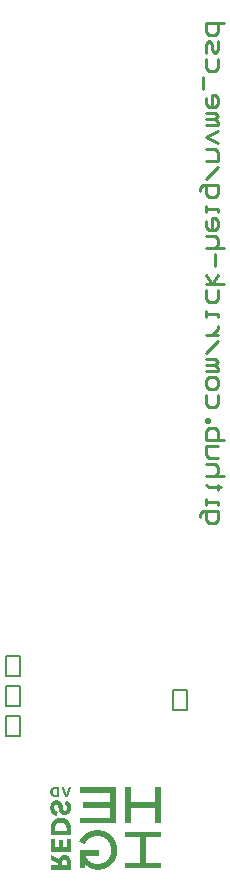
<source format=gbo>
G04*
G04 #@! TF.GenerationSoftware,Altium Limited,Altium Designer,24.5.2 (23)*
G04*
G04 Layer_Color=32896*
%FSLAX44Y44*%
%MOMM*%
G71*
G04*
G04 #@! TF.SameCoordinates,B7296A9B-97E8-4630-929D-2966843682D6*
G04*
G04*
G04 #@! TF.FilePolarity,Positive*
G04*
G01*
G75*
%ADD12C,0.1500*%
%ADD14C,0.2540*%
G36*
X81848Y132865D02*
X81806D01*
Y132781D01*
X81764D01*
Y132655D01*
X81722D01*
Y132530D01*
X81681D01*
Y132488D01*
Y132446D01*
X81639D01*
Y132320D01*
X81597D01*
Y132195D01*
X81555D01*
Y132069D01*
X81513D01*
Y131986D01*
X81471D01*
Y131860D01*
X81430D01*
Y131735D01*
X81388D01*
Y131609D01*
X81346D01*
Y131525D01*
X81304D01*
Y131400D01*
X81262D01*
Y131274D01*
X81220D01*
Y131191D01*
X81178D01*
Y131065D01*
X81137D01*
Y130940D01*
X81095D01*
Y130814D01*
X81053D01*
Y130730D01*
X81011D01*
Y130605D01*
X80969D01*
Y130479D01*
X80927D01*
Y130354D01*
X80885D01*
Y130270D01*
X80844D01*
Y130144D01*
X80802D01*
Y130019D01*
X80760D01*
Y129935D01*
X80718D01*
Y129810D01*
X80676D01*
Y129684D01*
X80634D01*
Y129558D01*
X80592D01*
Y129475D01*
X80551D01*
Y129349D01*
X80509D01*
Y129224D01*
X80467D01*
Y129098D01*
X80425D01*
Y129014D01*
X80383D01*
Y128889D01*
X80341D01*
Y128763D01*
X80300D01*
Y128680D01*
X80258D01*
Y128554D01*
X80216D01*
Y128428D01*
X80174D01*
Y128303D01*
X80132D01*
Y128219D01*
X80090D01*
Y128094D01*
X80049D01*
Y127968D01*
X80007D01*
Y127843D01*
X79965D01*
Y127759D01*
X79923D01*
Y127633D01*
X79881D01*
Y127508D01*
X79839D01*
Y127424D01*
X79797D01*
Y127298D01*
X79756D01*
Y127173D01*
X79714D01*
Y127047D01*
X79672D01*
Y126964D01*
X79630D01*
Y126838D01*
X79588D01*
Y126713D01*
X79546D01*
Y126587D01*
X79504D01*
Y126503D01*
X79462D01*
Y126378D01*
X79421D01*
Y126252D01*
X79379D01*
Y126169D01*
X79337D01*
Y126043D01*
X79295D01*
Y125918D01*
X79253D01*
Y125792D01*
X79211D01*
Y125708D01*
X79170D01*
Y125583D01*
X79128D01*
Y125457D01*
X79086D01*
Y125373D01*
X79044D01*
Y125248D01*
X79002D01*
Y125122D01*
X78960D01*
Y124997D01*
X78918D01*
Y124913D01*
X78877D01*
Y124788D01*
X78835D01*
Y124662D01*
X78793D01*
Y124536D01*
X78751D01*
Y124453D01*
X78709D01*
Y124327D01*
X78667D01*
Y124202D01*
X78625D01*
Y124118D01*
X78584D01*
Y124034D01*
X76533D01*
Y124076D01*
X76491D01*
Y124202D01*
X76449D01*
Y124327D01*
X76407D01*
Y124411D01*
X76366D01*
Y124536D01*
X76324D01*
Y124662D01*
X76282D01*
Y124788D01*
X76240D01*
Y124871D01*
X76198D01*
Y124997D01*
X76156D01*
Y125122D01*
X76115D01*
Y125248D01*
X76073D01*
Y125331D01*
X76031D01*
Y125457D01*
X75989D01*
Y125583D01*
X75947D01*
Y125666D01*
X75905D01*
Y125792D01*
X75863D01*
Y125918D01*
X75822D01*
Y126043D01*
X75780D01*
Y126127D01*
X75738D01*
Y126252D01*
X75696D01*
Y126378D01*
X75654D01*
Y126503D01*
X75612D01*
Y126587D01*
X75571D01*
Y126713D01*
X75529D01*
Y126838D01*
X75487D01*
Y126964D01*
X75445D01*
Y127047D01*
X75403D01*
Y127173D01*
X75361D01*
Y127298D01*
X75319D01*
Y127424D01*
X75278D01*
Y127508D01*
X75236D01*
Y127633D01*
X75194D01*
Y127759D01*
X75152D01*
Y127843D01*
X75110D01*
Y127968D01*
X75068D01*
Y128094D01*
X75026D01*
Y128219D01*
X74984D01*
Y128303D01*
X74943D01*
Y128428D01*
X74901D01*
Y128554D01*
X74859D01*
Y128680D01*
X74817D01*
Y128763D01*
X74775D01*
Y128889D01*
X74734D01*
Y129014D01*
X74692D01*
Y129140D01*
X74650D01*
Y129224D01*
X74608D01*
Y129349D01*
X74566D01*
Y129475D01*
X74524D01*
Y129600D01*
X74482D01*
Y129684D01*
X74440D01*
Y129810D01*
X74399D01*
Y129935D01*
X74357D01*
Y130019D01*
X74315D01*
Y130144D01*
X74273D01*
Y130270D01*
X74231D01*
Y130395D01*
X74189D01*
Y130479D01*
X74148D01*
Y130605D01*
X74106D01*
Y130730D01*
X74064D01*
Y130856D01*
X74022D01*
Y130940D01*
X73980D01*
Y131065D01*
X73938D01*
Y131191D01*
X73896D01*
Y131316D01*
X73855D01*
Y131400D01*
X73813D01*
Y131525D01*
X73771D01*
Y131651D01*
X73729D01*
Y131777D01*
X73687D01*
Y131860D01*
X73645D01*
Y131986D01*
X73604D01*
Y132111D01*
X73562D01*
Y132195D01*
X73520D01*
Y132320D01*
X73478D01*
Y132446D01*
X73436D01*
Y132572D01*
X73394D01*
Y132655D01*
X73352D01*
Y132781D01*
X73310D01*
Y132906D01*
X73269D01*
Y132948D01*
X75403D01*
Y132865D01*
X75445D01*
Y132739D01*
X75487D01*
Y132613D01*
X75529D01*
Y132488D01*
X75571D01*
Y132362D01*
X75612D01*
Y132237D01*
X75654D01*
Y132111D01*
X75696D01*
Y131986D01*
X75738D01*
Y131860D01*
X75780D01*
Y131735D01*
X75822D01*
Y131651D01*
X75863D01*
Y131525D01*
X75905D01*
Y131400D01*
X75947D01*
Y131274D01*
X75989D01*
Y131149D01*
X76031D01*
Y131023D01*
X76073D01*
Y130898D01*
X76115D01*
Y130772D01*
X76156D01*
Y130646D01*
X76198D01*
Y130521D01*
X76240D01*
Y130395D01*
X76282D01*
Y130270D01*
X76324D01*
Y130144D01*
X76366D01*
Y130019D01*
X76407D01*
Y129893D01*
X76449D01*
Y129768D01*
X76491D01*
Y129642D01*
X76533D01*
Y129517D01*
X76575D01*
Y129391D01*
X76617D01*
Y129265D01*
X76659D01*
Y129140D01*
X76700D01*
Y129056D01*
X76742D01*
Y128931D01*
X76784D01*
Y128805D01*
X76826D01*
Y128680D01*
X76868D01*
Y128554D01*
X76910D01*
Y128428D01*
X76951D01*
Y128303D01*
X76993D01*
Y128177D01*
X77035D01*
Y128052D01*
X77077D01*
Y127926D01*
X77119D01*
Y127801D01*
X77161D01*
Y127675D01*
X77203D01*
Y127550D01*
X77244D01*
Y127424D01*
X77286D01*
Y127298D01*
X77328D01*
Y127173D01*
X77370D01*
Y127047D01*
X77412D01*
Y126922D01*
X77454D01*
Y126796D01*
X77496D01*
Y126754D01*
X77537D01*
Y126838D01*
X77579D01*
Y126964D01*
X77621D01*
Y127089D01*
X77663D01*
Y127215D01*
X77705D01*
Y127340D01*
X77747D01*
Y127466D01*
X77789D01*
Y127591D01*
X77830D01*
Y127675D01*
X77872D01*
Y127801D01*
X77914D01*
Y127926D01*
X77956D01*
Y128052D01*
X77998D01*
Y128177D01*
X78040D01*
Y128303D01*
X78081D01*
Y128428D01*
X78123D01*
Y128554D01*
X78165D01*
Y128680D01*
X78207D01*
Y128805D01*
X78249D01*
Y128931D01*
X78291D01*
Y129056D01*
X78333D01*
Y129140D01*
X78374D01*
Y129265D01*
X78416D01*
Y129391D01*
X78458D01*
Y129517D01*
X78500D01*
Y129642D01*
X78542D01*
Y129768D01*
X78584D01*
Y129893D01*
X78625D01*
Y130019D01*
X78667D01*
Y130144D01*
X78709D01*
Y130270D01*
X78751D01*
Y130395D01*
X78793D01*
Y130521D01*
X78835D01*
Y130605D01*
X78877D01*
Y130730D01*
X78918D01*
Y130856D01*
X78960D01*
Y130981D01*
X79002D01*
Y131107D01*
X79044D01*
Y131232D01*
X79086D01*
Y131358D01*
X79128D01*
Y131483D01*
X79170D01*
Y131609D01*
X79211D01*
Y131735D01*
X79253D01*
Y131860D01*
X79295D01*
Y131986D01*
X79337D01*
Y132111D01*
X79379D01*
Y132195D01*
X79421D01*
Y132320D01*
X79462D01*
Y132446D01*
X79504D01*
Y132572D01*
X79546D01*
Y132697D01*
X79588D01*
Y132823D01*
X79630D01*
Y132948D01*
X81848D01*
Y132865D01*
D02*
G37*
G36*
X71637Y124034D02*
X67954D01*
Y124076D01*
X67577D01*
Y124118D01*
X67326D01*
Y124160D01*
X67158D01*
Y124202D01*
X66991D01*
Y124243D01*
X66824D01*
Y124285D01*
X66698D01*
Y124327D01*
X66573D01*
Y124369D01*
X66489D01*
Y124411D01*
X66363D01*
Y124453D01*
X66280D01*
Y124494D01*
X66196D01*
Y124536D01*
X66112D01*
Y124578D01*
X66029D01*
Y124620D01*
X65945D01*
Y124662D01*
X65903D01*
Y124704D01*
X65819D01*
Y124746D01*
X65736D01*
Y124788D01*
X65694D01*
Y124829D01*
X65652D01*
Y124871D01*
X65568D01*
Y124913D01*
X65526D01*
Y124955D01*
X65485D01*
Y124997D01*
X65401D01*
Y125039D01*
X65359D01*
Y125080D01*
X65317D01*
Y125122D01*
X65275D01*
Y125164D01*
X65233D01*
Y125206D01*
X65192D01*
Y125248D01*
X65150D01*
Y125290D01*
X65108D01*
Y125331D01*
X65066D01*
Y125373D01*
X65024D01*
Y125415D01*
X64982D01*
Y125457D01*
X64941D01*
Y125499D01*
X64899D01*
Y125541D01*
X64857D01*
Y125625D01*
X64815D01*
Y125666D01*
X64773D01*
Y125708D01*
X64731D01*
Y125792D01*
X64689D01*
Y125834D01*
X64647D01*
Y125918D01*
X64606D01*
Y125959D01*
X64564D01*
Y126043D01*
X64522D01*
Y126127D01*
X64480D01*
Y126210D01*
X64438D01*
Y126294D01*
X64396D01*
Y126378D01*
X64355D01*
Y126461D01*
X64313D01*
Y126587D01*
X64271D01*
Y126671D01*
X64229D01*
Y126796D01*
X64187D01*
Y126922D01*
X64145D01*
Y127047D01*
X64103D01*
Y127215D01*
X64062D01*
Y127424D01*
X64020D01*
Y127675D01*
X63978D01*
Y128052D01*
X63936D01*
Y128931D01*
X63978D01*
Y129307D01*
X64020D01*
Y129558D01*
X64062D01*
Y129768D01*
X64103D01*
Y129893D01*
X64145D01*
Y130061D01*
X64187D01*
Y130186D01*
X64229D01*
Y130312D01*
X64271D01*
Y130395D01*
X64313D01*
Y130521D01*
X64355D01*
Y130605D01*
X64396D01*
Y130688D01*
X64438D01*
Y130772D01*
X64480D01*
Y130856D01*
X64522D01*
Y130940D01*
X64564D01*
Y131023D01*
X64606D01*
Y131065D01*
X64647D01*
Y131149D01*
X64689D01*
Y131191D01*
X64731D01*
Y131274D01*
X64773D01*
Y131316D01*
X64815D01*
Y131358D01*
X64857D01*
Y131442D01*
X64899D01*
Y131483D01*
X64941D01*
Y131525D01*
X64982D01*
Y131567D01*
X65024D01*
Y131609D01*
X65066D01*
Y131651D01*
X65108D01*
Y131693D01*
X65150D01*
Y131735D01*
X65192D01*
Y131777D01*
X65233D01*
Y131818D01*
X65275D01*
Y131860D01*
X65317D01*
Y131902D01*
X65359D01*
Y131944D01*
X65401D01*
Y131986D01*
X65443D01*
Y132028D01*
X65526D01*
Y132069D01*
X65568D01*
Y132111D01*
X65610D01*
Y132153D01*
X65694D01*
Y132195D01*
X65736D01*
Y132237D01*
X65819D01*
Y132279D01*
X65861D01*
Y132320D01*
X65945D01*
Y132362D01*
X66029D01*
Y132404D01*
X66112D01*
Y132446D01*
X66196D01*
Y132488D01*
X66280D01*
Y132530D01*
X66363D01*
Y132572D01*
X66447D01*
Y132613D01*
X66573D01*
Y132655D01*
X66698D01*
Y132697D01*
X66824D01*
Y132739D01*
X66949D01*
Y132781D01*
X67117D01*
Y132823D01*
X67284D01*
Y132865D01*
X67535D01*
Y132906D01*
X67870D01*
Y132948D01*
X71637D01*
Y124034D01*
D02*
G37*
G36*
X157932Y101812D02*
X152659D01*
Y115120D01*
X132110D01*
Y111981D01*
Y111939D01*
Y101812D01*
X126795D01*
Y132948D01*
X132110D01*
Y120100D01*
X152659D01*
Y132948D01*
X157932D01*
Y101812D01*
D02*
G37*
G36*
X70131Y121384D02*
X70530D01*
Y121304D01*
X70770D01*
Y121224D01*
X71009D01*
Y121144D01*
X71249D01*
Y121065D01*
X71408D01*
Y120985D01*
X71568D01*
Y120905D01*
X71727D01*
Y120825D01*
X71807D01*
Y120745D01*
X71967D01*
Y120666D01*
X72047D01*
Y120586D01*
X72206D01*
Y120506D01*
X72286D01*
Y120426D01*
X72366D01*
Y120346D01*
X72446D01*
Y120266D01*
X72526D01*
Y120187D01*
X72606D01*
Y120107D01*
X72685D01*
Y120027D01*
X72765D01*
Y119947D01*
X72845D01*
Y119867D01*
X72925D01*
Y119787D01*
X73005D01*
Y119708D01*
X73085D01*
Y119628D01*
X73164D01*
Y119468D01*
X73244D01*
Y119388D01*
X73324D01*
Y119309D01*
X73404D01*
Y119149D01*
X73484D01*
Y118989D01*
X73563D01*
Y118910D01*
X73643D01*
Y118750D01*
X73723D01*
Y118590D01*
X73803D01*
Y118431D01*
X73883D01*
Y118191D01*
X73962D01*
Y118032D01*
X74042D01*
Y117792D01*
X74122D01*
Y117553D01*
X74202D01*
Y117313D01*
X74282D01*
Y116994D01*
X74361D01*
Y116595D01*
X74441D01*
Y116196D01*
X74521D01*
Y115797D01*
X74601D01*
Y115318D01*
X74681D01*
Y114919D01*
X74760D01*
Y114520D01*
X74840D01*
Y114121D01*
X74920D01*
Y113801D01*
X75000D01*
Y113642D01*
X75080D01*
Y113482D01*
X75160D01*
Y113322D01*
X75239D01*
Y113163D01*
X75319D01*
Y113083D01*
X75399D01*
Y113003D01*
X75479D01*
Y112923D01*
X75559D01*
Y112844D01*
X75718D01*
Y112764D01*
X75878D01*
Y112684D01*
X76277D01*
Y112604D01*
X76596D01*
Y112684D01*
X76995D01*
Y112764D01*
X77155D01*
Y112844D01*
X77235D01*
Y112923D01*
X77394D01*
Y113003D01*
X77474D01*
Y113083D01*
X77554D01*
Y113163D01*
X77634D01*
Y113243D01*
X77714D01*
Y113322D01*
X77793D01*
Y113482D01*
X77873D01*
Y113562D01*
X77953D01*
Y113722D01*
X78033D01*
Y113881D01*
X78113D01*
Y114121D01*
X78193D01*
Y114600D01*
X78272D01*
Y114759D01*
Y114839D01*
Y115318D01*
X78193D01*
Y115877D01*
X78113D01*
Y116116D01*
X78033D01*
Y116355D01*
X77953D01*
Y116515D01*
X77873D01*
Y116595D01*
X77793D01*
Y116755D01*
X77714D01*
Y116834D01*
X77634D01*
Y116994D01*
X77554D01*
Y117074D01*
X77474D01*
Y117154D01*
X77315D01*
Y117233D01*
X77235D01*
Y117313D01*
X77155D01*
Y117393D01*
X76995D01*
Y117473D01*
X76836D01*
Y117553D01*
X76676D01*
Y117632D01*
X76516D01*
Y117712D01*
X76197D01*
Y117792D01*
X76117D01*
Y117872D01*
X76197D01*
Y118191D01*
X76277D01*
Y118431D01*
X76357D01*
Y118750D01*
X76437D01*
Y118989D01*
X76516D01*
Y119309D01*
X76596D01*
Y119548D01*
X76676D01*
Y119867D01*
X76756D01*
Y120187D01*
X76836D01*
Y120426D01*
X76915D01*
Y120745D01*
X76995D01*
Y120985D01*
X77075D01*
Y121144D01*
X77474D01*
Y121065D01*
X77714D01*
Y120985D01*
X77953D01*
Y120905D01*
X78193D01*
Y120825D01*
X78352D01*
Y120745D01*
X78512D01*
Y120666D01*
X78671D01*
Y120586D01*
X78831D01*
Y120506D01*
X78991D01*
Y120426D01*
X79071D01*
Y120346D01*
X79230D01*
Y120266D01*
X79310D01*
Y120187D01*
X79470D01*
Y120107D01*
X79549D01*
Y120027D01*
X79629D01*
Y119947D01*
X79709D01*
Y119867D01*
X79789D01*
Y119787D01*
X79869D01*
Y119708D01*
X79949D01*
Y119628D01*
X80028D01*
Y119548D01*
X80108D01*
Y119468D01*
X80188D01*
Y119388D01*
X80268D01*
Y119309D01*
X80348D01*
Y119229D01*
X80427D01*
Y119069D01*
X80507D01*
Y118989D01*
X80587D01*
Y118830D01*
X80667D01*
Y118750D01*
X80747D01*
Y118590D01*
X80827D01*
Y118431D01*
X80906D01*
Y118271D01*
X80986D01*
Y118111D01*
X81066D01*
Y117952D01*
X81146D01*
Y117712D01*
X81226D01*
Y117473D01*
X81305D01*
Y117233D01*
X81385D01*
Y116914D01*
X81465D01*
Y116515D01*
X81545D01*
Y115956D01*
X81625D01*
Y114121D01*
X81545D01*
Y113642D01*
X81465D01*
Y113243D01*
X81385D01*
Y113003D01*
X81305D01*
Y112764D01*
X81226D01*
Y112524D01*
X81146D01*
Y112285D01*
X81066D01*
Y112125D01*
X80986D01*
Y111966D01*
X80906D01*
Y111806D01*
X80827D01*
Y111646D01*
X80747D01*
Y111487D01*
X80667D01*
Y111407D01*
X80587D01*
Y111247D01*
X80507D01*
Y111167D01*
X80427D01*
Y111008D01*
X80348D01*
Y110928D01*
X80268D01*
Y110848D01*
X80188D01*
Y110768D01*
X80108D01*
Y110688D01*
X80028D01*
Y110529D01*
X79949D01*
Y110449D01*
X79869D01*
Y110369D01*
X79789D01*
Y110289D01*
X79709D01*
Y110210D01*
X79549D01*
Y110130D01*
X79470D01*
Y110050D01*
X79390D01*
Y109970D01*
X79310D01*
Y109890D01*
X79230D01*
Y109811D01*
X79071D01*
Y109731D01*
X78991D01*
Y109651D01*
X78831D01*
Y109571D01*
X78671D01*
Y109491D01*
X78592D01*
Y109411D01*
X78432D01*
Y109332D01*
X78193D01*
Y109252D01*
X78033D01*
Y109172D01*
X77793D01*
Y109092D01*
X77554D01*
Y109012D01*
X77235D01*
Y108933D01*
X76676D01*
Y108853D01*
X75638D01*
Y108933D01*
X75160D01*
Y109012D01*
X74840D01*
Y109092D01*
X74521D01*
Y109172D01*
X74361D01*
Y109252D01*
X74122D01*
Y109332D01*
X73962D01*
Y109411D01*
X73803D01*
Y109491D01*
X73723D01*
Y109571D01*
X73563D01*
Y109651D01*
X73404D01*
Y109731D01*
X73324D01*
Y109811D01*
X73244D01*
Y109890D01*
X73164D01*
Y109970D01*
X73005D01*
Y110050D01*
X72925D01*
Y110130D01*
X72845D01*
Y110210D01*
X72765D01*
Y110289D01*
X72685D01*
Y110369D01*
X72606D01*
Y110449D01*
X72526D01*
Y110609D01*
X72446D01*
Y110688D01*
X72366D01*
Y110768D01*
X72286D01*
Y110848D01*
X72206D01*
Y111008D01*
X72127D01*
Y111088D01*
X72047D01*
Y111247D01*
X71967D01*
Y111407D01*
X71887D01*
Y111487D01*
X71807D01*
Y111646D01*
X71727D01*
Y111806D01*
X71648D01*
Y112045D01*
X71568D01*
Y112205D01*
X71488D01*
Y112444D01*
X71408D01*
Y112684D01*
X71329D01*
Y113003D01*
X71249D01*
Y113322D01*
X71169D01*
Y113722D01*
X71089D01*
Y114121D01*
X71009D01*
Y114600D01*
X70929D01*
Y114999D01*
X70850D01*
Y115398D01*
X70770D01*
Y115877D01*
X70690D01*
Y116196D01*
X70610D01*
Y116435D01*
X70530D01*
Y116595D01*
X70451D01*
Y116755D01*
X70371D01*
Y116914D01*
X70291D01*
Y116994D01*
X70211D01*
Y117074D01*
X70131D01*
Y117154D01*
X70051D01*
Y117233D01*
X69972D01*
Y117313D01*
X69892D01*
Y117393D01*
X69812D01*
Y117473D01*
X69652D01*
Y117553D01*
X69413D01*
Y117632D01*
X68695D01*
Y117553D01*
X68455D01*
Y117473D01*
X68296D01*
Y117393D01*
X68136D01*
Y117313D01*
X68056D01*
Y117233D01*
X67976D01*
Y117154D01*
X67896D01*
Y117074D01*
X67817D01*
Y116994D01*
X67737D01*
Y116834D01*
X67657D01*
Y116755D01*
X67577D01*
Y116595D01*
X67497D01*
Y116355D01*
X67417D01*
Y116036D01*
X67338D01*
Y114360D01*
X67417D01*
Y113961D01*
X67497D01*
Y113722D01*
X67577D01*
Y113562D01*
X67657D01*
Y113402D01*
X67737D01*
Y113243D01*
X67817D01*
Y113083D01*
X67896D01*
Y113003D01*
X67976D01*
Y112844D01*
X68056D01*
Y112764D01*
X68136D01*
Y112684D01*
X68216D01*
Y112604D01*
X68296D01*
Y112524D01*
X68375D01*
Y112444D01*
X68455D01*
Y112365D01*
X68615D01*
Y112285D01*
X68695D01*
Y112205D01*
X68854D01*
Y112125D01*
X69014D01*
Y112045D01*
X69173D01*
Y111966D01*
X69333D01*
Y111886D01*
X69652D01*
Y111806D01*
X70051D01*
Y111726D01*
X70211D01*
Y111566D01*
X70131D01*
Y111247D01*
X70051D01*
Y110848D01*
X69972D01*
Y110529D01*
X69892D01*
Y110210D01*
X69812D01*
Y109890D01*
X69732D01*
Y109571D01*
X69652D01*
Y109252D01*
X69573D01*
Y108933D01*
X69493D01*
Y108533D01*
X69413D01*
Y108294D01*
X69333D01*
Y108214D01*
X69253D01*
Y108294D01*
X68774D01*
Y108374D01*
X68455D01*
Y108454D01*
X68216D01*
Y108533D01*
X67976D01*
Y108613D01*
X67737D01*
Y108693D01*
X67577D01*
Y108773D01*
X67417D01*
Y108853D01*
X67258D01*
Y108933D01*
X67098D01*
Y109012D01*
X66939D01*
Y109092D01*
X66859D01*
Y109172D01*
X66699D01*
Y109252D01*
X66619D01*
Y109332D01*
X66540D01*
Y109411D01*
X66380D01*
Y109491D01*
X66300D01*
Y109571D01*
X66220D01*
Y109651D01*
X66140D01*
Y109731D01*
X66061D01*
Y109811D01*
X65901D01*
Y109890D01*
X65821D01*
Y109970D01*
X65742D01*
Y110130D01*
X65662D01*
Y110210D01*
X65582D01*
Y110289D01*
X65502D01*
Y110369D01*
X65422D01*
Y110449D01*
X65342D01*
Y110529D01*
X65262D01*
Y110688D01*
X65183D01*
Y110768D01*
X65103D01*
Y110928D01*
X65023D01*
Y111008D01*
X64943D01*
Y111167D01*
X64863D01*
Y111327D01*
X64784D01*
Y111487D01*
X64704D01*
Y111646D01*
X64624D01*
Y111806D01*
X64544D01*
Y111966D01*
X64464D01*
Y112205D01*
X64385D01*
Y112444D01*
X64305D01*
Y112684D01*
X64225D01*
Y112923D01*
X64145D01*
Y113322D01*
X64065D01*
Y113722D01*
X63985D01*
Y114360D01*
X63906D01*
Y115956D01*
X63985D01*
Y116595D01*
X64065D01*
Y116994D01*
X64145D01*
Y117313D01*
X64225D01*
Y117553D01*
X64305D01*
Y117792D01*
X64385D01*
Y118032D01*
X64464D01*
Y118191D01*
X64544D01*
Y118351D01*
X64624D01*
Y118511D01*
X64704D01*
Y118670D01*
X64784D01*
Y118830D01*
X64863D01*
Y118989D01*
X64943D01*
Y119069D01*
X65023D01*
Y119229D01*
X65103D01*
Y119309D01*
X65183D01*
Y119388D01*
X65262D01*
Y119548D01*
X65342D01*
Y119628D01*
X65422D01*
Y119708D01*
X65502D01*
Y119787D01*
X65582D01*
Y119867D01*
X65662D01*
Y119947D01*
X65742D01*
Y120027D01*
X65821D01*
Y120107D01*
X65901D01*
Y120187D01*
X65981D01*
Y120266D01*
X66061D01*
Y120346D01*
X66140D01*
Y120426D01*
X66300D01*
Y120506D01*
X66380D01*
Y120586D01*
X66460D01*
Y120666D01*
X66619D01*
Y120745D01*
X66779D01*
Y120825D01*
X66859D01*
Y120905D01*
X67018D01*
Y120985D01*
X67178D01*
Y121065D01*
X67417D01*
Y121144D01*
X67577D01*
Y121224D01*
X67817D01*
Y121304D01*
X68136D01*
Y121384D01*
X68455D01*
Y121464D01*
X70131D01*
Y121384D01*
D02*
G37*
G36*
X119890Y101812D02*
X88753D01*
Y106750D01*
X114617D01*
Y114994D01*
X91725D01*
Y119765D01*
X114617D01*
Y128010D01*
X88753D01*
Y132948D01*
X119890D01*
Y101812D01*
D02*
G37*
G36*
X73643Y106458D02*
X74361D01*
Y106378D01*
X74840D01*
Y106299D01*
X75160D01*
Y106219D01*
X75479D01*
Y106139D01*
X75798D01*
Y106059D01*
X76038D01*
Y105979D01*
X76277D01*
Y105900D01*
X76437D01*
Y105820D01*
X76676D01*
Y105740D01*
X76836D01*
Y105660D01*
X76995D01*
Y105580D01*
X77155D01*
Y105500D01*
X77315D01*
Y105421D01*
X77394D01*
Y105341D01*
X77554D01*
Y105261D01*
X77714D01*
Y105181D01*
X77793D01*
Y105101D01*
X77953D01*
Y105022D01*
X78033D01*
Y104942D01*
X78193D01*
Y104862D01*
X78272D01*
Y104782D01*
X78352D01*
Y104702D01*
X78432D01*
Y104623D01*
X78592D01*
Y104543D01*
X78671D01*
Y104463D01*
X78751D01*
Y104383D01*
X78831D01*
Y104303D01*
X78911D01*
Y104223D01*
X78991D01*
Y104144D01*
X79071D01*
Y104064D01*
X79150D01*
Y103984D01*
X79230D01*
Y103904D01*
X79310D01*
Y103745D01*
X79390D01*
Y103665D01*
X79470D01*
Y103585D01*
X79549D01*
Y103505D01*
X79629D01*
Y103345D01*
X79709D01*
Y103266D01*
X79789D01*
Y103186D01*
X79869D01*
Y103026D01*
X79949D01*
Y102947D01*
X80028D01*
Y102787D01*
X80108D01*
Y102627D01*
X80188D01*
Y102468D01*
X80268D01*
Y102308D01*
X80348D01*
Y102148D01*
X80427D01*
Y101989D01*
X80507D01*
Y101829D01*
X80587D01*
Y101669D01*
X80667D01*
Y101430D01*
X80747D01*
Y101191D01*
X80827D01*
Y100951D01*
X80906D01*
Y100632D01*
X80986D01*
Y100312D01*
X81066D01*
Y99914D01*
X81146D01*
Y99435D01*
X81226D01*
Y98557D01*
X81305D01*
Y91852D01*
X64305D01*
Y99275D01*
X64385D01*
Y99834D01*
X64464D01*
Y100233D01*
X64544D01*
Y100552D01*
X64624D01*
Y100871D01*
X64704D01*
Y101111D01*
X64784D01*
Y101350D01*
X64863D01*
Y101590D01*
X64943D01*
Y101749D01*
X65023D01*
Y101989D01*
X65103D01*
Y102148D01*
X65183D01*
Y102308D01*
X65262D01*
Y102468D01*
X65342D01*
Y102627D01*
X65422D01*
Y102787D01*
X65502D01*
Y102867D01*
X65582D01*
Y103026D01*
X65662D01*
Y103106D01*
X65742D01*
Y103266D01*
X65821D01*
Y103345D01*
X65901D01*
Y103425D01*
X65981D01*
Y103585D01*
X66061D01*
Y103665D01*
X66140D01*
Y103745D01*
X66220D01*
Y103824D01*
X66300D01*
Y103984D01*
X66380D01*
Y104064D01*
X66460D01*
Y104144D01*
X66540D01*
Y104223D01*
X66619D01*
Y104303D01*
X66699D01*
Y104383D01*
X66779D01*
Y104463D01*
X66859D01*
Y104543D01*
X67018D01*
Y104623D01*
X67098D01*
Y104702D01*
X67178D01*
Y104782D01*
X67258D01*
Y104862D01*
X67417D01*
Y104942D01*
X67497D01*
Y105022D01*
X67577D01*
Y105101D01*
X67737D01*
Y105181D01*
X67817D01*
Y105261D01*
X67976D01*
Y105341D01*
X68136D01*
Y105421D01*
X68216D01*
Y105500D01*
X68375D01*
Y105580D01*
X68535D01*
Y105660D01*
X68695D01*
Y105740D01*
X68934D01*
Y105820D01*
X69094D01*
Y105900D01*
X69333D01*
Y105979D01*
X69493D01*
Y106059D01*
X69732D01*
Y106139D01*
X70051D01*
Y106219D01*
X70371D01*
Y106299D01*
X70690D01*
Y106378D01*
X71169D01*
Y106458D01*
X71887D01*
Y106538D01*
X73643D01*
Y106458D01*
D02*
G37*
G36*
X81226Y88660D02*
X81305D01*
Y77964D01*
X81226D01*
Y77884D01*
X64305D01*
Y88739D01*
X67896D01*
Y86345D01*
Y86265D01*
Y81716D01*
X71089D01*
Y88021D01*
X74521D01*
Y81716D01*
X77714D01*
Y88739D01*
X81226D01*
Y88660D01*
D02*
G37*
G36*
X104949Y96036D02*
X105493D01*
Y95995D01*
X105870D01*
Y95953D01*
X106205D01*
Y95911D01*
X106498D01*
Y95869D01*
X106749D01*
Y95827D01*
X107000D01*
Y95785D01*
X107209D01*
Y95743D01*
X107418D01*
Y95702D01*
X107628D01*
Y95660D01*
X107795D01*
Y95618D01*
X107963D01*
Y95576D01*
X108130D01*
Y95534D01*
X108297D01*
Y95492D01*
X108465D01*
Y95450D01*
X108590D01*
Y95409D01*
X108758D01*
Y95367D01*
X108883D01*
Y95325D01*
X109009D01*
Y95283D01*
X109134D01*
Y95241D01*
X109260D01*
Y95199D01*
X109385D01*
Y95157D01*
X109511D01*
Y95116D01*
X109637D01*
Y95074D01*
X109762D01*
Y95032D01*
X109846D01*
Y94990D01*
X109971D01*
Y94948D01*
X110097D01*
Y94906D01*
X110181D01*
Y94865D01*
X110306D01*
Y94823D01*
X110390D01*
Y94781D01*
X110515D01*
Y94739D01*
X110599D01*
Y94697D01*
X110683D01*
Y94655D01*
X110766D01*
Y94614D01*
X110892D01*
Y94572D01*
X110976D01*
Y94530D01*
X111060D01*
Y94488D01*
X111143D01*
Y94446D01*
X111227D01*
Y94404D01*
X111311D01*
Y94362D01*
X111394D01*
Y94320D01*
X111478D01*
Y94279D01*
X111562D01*
Y94237D01*
X111645D01*
Y94195D01*
X111729D01*
Y94153D01*
X111813D01*
Y94111D01*
X111896D01*
Y94069D01*
X111980D01*
Y94028D01*
X112064D01*
Y93986D01*
X112106D01*
Y93944D01*
X112189D01*
Y93902D01*
X112273D01*
Y93860D01*
X112357D01*
Y93818D01*
X112399D01*
Y93776D01*
X112482D01*
Y93735D01*
X112566D01*
Y93693D01*
X112608D01*
Y93651D01*
X112692D01*
Y93609D01*
X112775D01*
Y93567D01*
X112817D01*
Y93525D01*
X112901D01*
Y93483D01*
X112985D01*
Y93442D01*
X113026D01*
Y93400D01*
X113110D01*
Y93358D01*
X113152D01*
Y93316D01*
X113236D01*
Y93274D01*
X113278D01*
Y93232D01*
X113361D01*
Y93190D01*
X113403D01*
Y93149D01*
X113487D01*
Y93107D01*
X113529D01*
Y93065D01*
X113570D01*
Y93023D01*
X113654D01*
Y92981D01*
X113696D01*
Y92939D01*
X113780D01*
Y92898D01*
X113822D01*
Y92856D01*
X113863D01*
Y92814D01*
X113947D01*
Y92772D01*
X113989D01*
Y92730D01*
X114031D01*
Y92688D01*
X114115D01*
Y92647D01*
X114156D01*
Y92605D01*
X114198D01*
Y92563D01*
X114282D01*
Y92521D01*
X114324D01*
Y92479D01*
X114366D01*
Y92437D01*
X114408D01*
Y92395D01*
X114491D01*
Y92354D01*
X114533D01*
Y92312D01*
X114575D01*
Y92270D01*
X114617D01*
Y92228D01*
X114659D01*
Y92186D01*
X114742D01*
Y92144D01*
X114784D01*
Y92102D01*
X114826D01*
Y92061D01*
X114868D01*
Y92019D01*
X114910D01*
Y91977D01*
X114951D01*
Y91935D01*
X115035D01*
Y91893D01*
X115077D01*
Y91851D01*
X115119D01*
Y91810D01*
X115161D01*
Y91768D01*
X115203D01*
Y91726D01*
X115245D01*
Y91684D01*
X115286D01*
Y91642D01*
X115328D01*
Y91600D01*
X115370D01*
Y91558D01*
X115412D01*
Y91517D01*
X115454D01*
Y91475D01*
X115496D01*
Y91433D01*
X115537D01*
Y91391D01*
X115579D01*
Y91349D01*
X115663D01*
Y91307D01*
X115705D01*
Y91265D01*
X115747D01*
Y91224D01*
X115788D01*
Y91182D01*
X115830D01*
Y91140D01*
X115872D01*
Y91056D01*
X115914D01*
Y91014D01*
X115956D01*
Y90972D01*
X115998D01*
Y90931D01*
X116040D01*
Y90889D01*
X116081D01*
Y90847D01*
X116123D01*
Y90805D01*
X116165D01*
Y90763D01*
X116207D01*
Y90721D01*
X116249D01*
Y90680D01*
X116291D01*
Y90638D01*
X116333D01*
Y90596D01*
X116374D01*
Y90554D01*
X116416D01*
Y90512D01*
X116458D01*
Y90428D01*
X116500D01*
Y90387D01*
X116542D01*
Y90345D01*
X116584D01*
Y90303D01*
X116625D01*
Y90261D01*
X116667D01*
Y90219D01*
X116709D01*
Y90135D01*
X116751D01*
Y90094D01*
X116793D01*
Y90052D01*
X116835D01*
Y90010D01*
X116877D01*
Y89968D01*
X116918D01*
Y89884D01*
X116960D01*
Y89843D01*
X117002D01*
Y89801D01*
X117044D01*
Y89759D01*
X117086D01*
Y89675D01*
X117128D01*
Y89633D01*
X117170D01*
Y89591D01*
X117211D01*
Y89508D01*
X117253D01*
Y89466D01*
X117295D01*
Y89424D01*
X117337D01*
Y89340D01*
X117379D01*
Y89298D01*
X117421D01*
Y89257D01*
X117463D01*
Y89173D01*
X117504D01*
Y89131D01*
X117546D01*
Y89047D01*
X117588D01*
Y89005D01*
X117630D01*
Y88964D01*
X117672D01*
Y88880D01*
X117714D01*
Y88838D01*
X117755D01*
Y88754D01*
X117797D01*
Y88713D01*
X117839D01*
Y88629D01*
X117881D01*
Y88587D01*
X117923D01*
Y88503D01*
X117965D01*
Y88462D01*
X118007D01*
Y88378D01*
X118048D01*
Y88294D01*
X118090D01*
Y88252D01*
X118132D01*
Y88168D01*
X118174D01*
Y88127D01*
X118216D01*
Y88043D01*
X118258D01*
Y87959D01*
X118300D01*
Y87917D01*
X118341D01*
Y87834D01*
X118383D01*
Y87750D01*
X118425D01*
Y87666D01*
X118467D01*
Y87625D01*
X118509D01*
Y87541D01*
X118551D01*
Y87457D01*
X118593D01*
Y87373D01*
X118634D01*
Y87290D01*
X118676D01*
Y87248D01*
X118718D01*
Y87164D01*
X118760D01*
Y87080D01*
X118802D01*
Y86997D01*
X118844D01*
Y86913D01*
X118885D01*
Y86829D01*
X118927D01*
Y86746D01*
X118969D01*
Y86662D01*
X119011D01*
Y86578D01*
X119053D01*
Y86453D01*
X119095D01*
Y86369D01*
X119137D01*
Y86285D01*
X119178D01*
Y86202D01*
X119220D01*
Y86076D01*
X119262D01*
Y85992D01*
X119304D01*
Y85909D01*
X119346D01*
Y85783D01*
X119388D01*
Y85699D01*
X119430D01*
Y85574D01*
X119471D01*
Y85490D01*
X119513D01*
Y85365D01*
X119555D01*
Y85281D01*
X119597D01*
Y85155D01*
X119639D01*
Y85030D01*
X119681D01*
Y84904D01*
X119722D01*
Y84779D01*
X119764D01*
Y84653D01*
X119806D01*
Y84528D01*
X119848D01*
Y84402D01*
X119890D01*
Y84277D01*
X119932D01*
Y84151D01*
X119974D01*
Y83983D01*
X120015D01*
Y83858D01*
X120057D01*
Y83691D01*
X120099D01*
Y83523D01*
X120141D01*
Y83398D01*
X120183D01*
Y83188D01*
X120225D01*
Y83021D01*
X120267D01*
Y82853D01*
X120308D01*
Y82644D01*
X120350D01*
Y82435D01*
X120392D01*
Y82184D01*
X120434D01*
Y81933D01*
X120476D01*
Y81682D01*
X120518D01*
Y81347D01*
X120559D01*
Y81012D01*
X120601D01*
Y80552D01*
X120643D01*
Y79840D01*
X120685D01*
Y78417D01*
X120643D01*
Y77706D01*
X120601D01*
Y77246D01*
X120559D01*
Y76911D01*
X120518D01*
Y76618D01*
X120476D01*
Y76325D01*
X120434D01*
Y76074D01*
X120392D01*
Y75865D01*
X120350D01*
Y75655D01*
X120308D01*
Y75446D01*
X120267D01*
Y75237D01*
X120225D01*
Y75069D01*
X120183D01*
Y74902D01*
X120141D01*
Y74735D01*
X120099D01*
Y74609D01*
X120057D01*
Y74442D01*
X120015D01*
Y74274D01*
X119974D01*
Y74149D01*
X119932D01*
Y74023D01*
X119890D01*
Y73898D01*
X119848D01*
Y73772D01*
X119806D01*
Y73646D01*
X119764D01*
Y73521D01*
X119722D01*
Y73395D01*
X119681D01*
Y73270D01*
X119639D01*
Y73144D01*
X119597D01*
Y73061D01*
X119555D01*
Y72935D01*
X119513D01*
Y72810D01*
X119471D01*
Y72726D01*
X119430D01*
Y72642D01*
X119388D01*
Y72516D01*
X119346D01*
Y72433D01*
X119304D01*
Y72307D01*
X119262D01*
Y72224D01*
X119220D01*
Y72140D01*
X119178D01*
Y72056D01*
X119137D01*
Y71972D01*
X119095D01*
Y71847D01*
X119053D01*
Y71763D01*
X119011D01*
Y71680D01*
X118969D01*
Y71596D01*
X118927D01*
Y71512D01*
X118885D01*
Y71428D01*
X118844D01*
Y71345D01*
X118802D01*
Y71261D01*
X118760D01*
Y71177D01*
X118718D01*
Y71135D01*
X118676D01*
Y71052D01*
X118634D01*
Y70968D01*
X118593D01*
Y70884D01*
X118551D01*
Y70801D01*
X118509D01*
Y70759D01*
X118467D01*
Y70675D01*
X118425D01*
Y70591D01*
X118383D01*
Y70508D01*
X118341D01*
Y70466D01*
X118300D01*
Y70382D01*
X118258D01*
Y70299D01*
X118216D01*
Y70257D01*
X118174D01*
Y70173D01*
X118132D01*
Y70131D01*
X118090D01*
Y70047D01*
X118048D01*
Y69964D01*
X118007D01*
Y69922D01*
X117965D01*
Y69838D01*
X117923D01*
Y69796D01*
X117881D01*
Y69713D01*
X117839D01*
Y69671D01*
X117797D01*
Y69587D01*
X117755D01*
Y69545D01*
X117714D01*
Y69503D01*
X117672D01*
Y69420D01*
X117630D01*
Y69378D01*
X117588D01*
Y69294D01*
X117546D01*
Y69252D01*
X117504D01*
Y69210D01*
X117463D01*
Y69127D01*
X117421D01*
Y69085D01*
X117379D01*
Y69043D01*
X117337D01*
Y68959D01*
X117295D01*
Y68917D01*
X117253D01*
Y68876D01*
X117211D01*
Y68792D01*
X117170D01*
Y68750D01*
X117128D01*
Y68708D01*
X117086D01*
Y68666D01*
X117044D01*
Y68583D01*
X117002D01*
Y68541D01*
X116960D01*
Y68499D01*
X116918D01*
Y68457D01*
X116877D01*
Y68373D01*
X116835D01*
Y68331D01*
X116793D01*
Y68290D01*
X116751D01*
Y68248D01*
X116709D01*
Y68206D01*
X116667D01*
Y68164D01*
X116625D01*
Y68080D01*
X116584D01*
Y68039D01*
X116542D01*
Y67997D01*
X116500D01*
Y67955D01*
X116458D01*
Y67913D01*
X116416D01*
Y67871D01*
X116374D01*
Y67829D01*
X116333D01*
Y67787D01*
X116291D01*
Y67746D01*
X116249D01*
Y67704D01*
X116207D01*
Y67620D01*
X116165D01*
Y67578D01*
X116123D01*
Y67536D01*
X116081D01*
Y67495D01*
X116040D01*
Y67453D01*
X115998D01*
Y67411D01*
X115956D01*
Y67369D01*
X115914D01*
Y67327D01*
X115872D01*
Y67285D01*
X115830D01*
Y67243D01*
X115788D01*
Y67202D01*
X115747D01*
Y67160D01*
X115705D01*
Y67118D01*
X115663D01*
Y67076D01*
X115621D01*
Y67034D01*
X115579D01*
Y66992D01*
X115496D01*
Y66950D01*
X115454D01*
Y66909D01*
X115412D01*
Y66867D01*
X115370D01*
Y66825D01*
X115328D01*
Y66783D01*
X115286D01*
Y66741D01*
X115245D01*
Y66699D01*
X115203D01*
Y66658D01*
X115161D01*
Y66616D01*
X115119D01*
Y66574D01*
X115035D01*
Y66532D01*
X114993D01*
Y66490D01*
X114951D01*
Y66448D01*
X114910D01*
Y66406D01*
X114868D01*
Y66364D01*
X114826D01*
Y66323D01*
X114742D01*
Y66281D01*
X114700D01*
Y66239D01*
X114659D01*
Y66197D01*
X114617D01*
Y66155D01*
X114533D01*
Y66113D01*
X114491D01*
Y66072D01*
X114449D01*
Y66030D01*
X114408D01*
Y65988D01*
X114324D01*
Y65946D01*
X114282D01*
Y65904D01*
X114240D01*
Y65862D01*
X114156D01*
Y65820D01*
X114115D01*
Y65779D01*
X114073D01*
Y65737D01*
X113989D01*
Y65695D01*
X113947D01*
Y65653D01*
X113905D01*
Y65611D01*
X113822D01*
Y65569D01*
X113780D01*
Y65528D01*
X113696D01*
Y65486D01*
X113654D01*
Y65444D01*
X113570D01*
Y65402D01*
X113529D01*
Y65360D01*
X113487D01*
Y65318D01*
X113403D01*
Y65276D01*
X113361D01*
Y65235D01*
X113278D01*
Y65193D01*
X113194D01*
Y65151D01*
X113152D01*
Y65109D01*
X113068D01*
Y65067D01*
X113026D01*
Y65025D01*
X112943D01*
Y64984D01*
X112859D01*
Y64942D01*
X112817D01*
Y64900D01*
X112733D01*
Y64858D01*
X112650D01*
Y64816D01*
X112608D01*
Y64774D01*
X112524D01*
Y64732D01*
X112441D01*
Y64690D01*
X112357D01*
Y64649D01*
X112315D01*
Y64607D01*
X112231D01*
Y64565D01*
X112148D01*
Y64523D01*
X112064D01*
Y64481D01*
X111980D01*
Y64439D01*
X111896D01*
Y64398D01*
X111813D01*
Y64356D01*
X111729D01*
Y64314D01*
X111645D01*
Y64272D01*
X111562D01*
Y64230D01*
X111478D01*
Y64188D01*
X111394D01*
Y64146D01*
X111311D01*
Y64105D01*
X111227D01*
Y64063D01*
X111143D01*
Y64021D01*
X111060D01*
Y63979D01*
X110934D01*
Y63937D01*
X110850D01*
Y63895D01*
X110766D01*
Y63854D01*
X110641D01*
Y63812D01*
X110557D01*
Y63770D01*
X110432D01*
Y63728D01*
X110348D01*
Y63686D01*
X110223D01*
Y63644D01*
X110097D01*
Y63602D01*
X110013D01*
Y63561D01*
X109888D01*
Y63519D01*
X109762D01*
Y63477D01*
X109637D01*
Y63435D01*
X109511D01*
Y63393D01*
X109385D01*
Y63351D01*
X109260D01*
Y63309D01*
X109093D01*
Y63268D01*
X108967D01*
Y63226D01*
X108841D01*
Y63184D01*
X108674D01*
Y63142D01*
X108507D01*
Y63100D01*
X108339D01*
Y63058D01*
X108172D01*
Y63017D01*
X108004D01*
Y62975D01*
X107795D01*
Y62933D01*
X107586D01*
Y62891D01*
X107377D01*
Y62849D01*
X107167D01*
Y62807D01*
X106875D01*
Y62765D01*
X106623D01*
Y62724D01*
X106288D01*
Y62682D01*
X105870D01*
Y62640D01*
X105326D01*
Y62598D01*
X103275D01*
Y62640D01*
X102731D01*
Y62682D01*
X102355D01*
Y62724D01*
X102020D01*
Y62765D01*
X101769D01*
Y62807D01*
X101518D01*
Y62849D01*
X101266D01*
Y62891D01*
X101057D01*
Y62933D01*
X100890D01*
Y62975D01*
X100681D01*
Y63017D01*
X100513D01*
Y63058D01*
X100346D01*
Y63100D01*
X100178D01*
Y63142D01*
X100053D01*
Y63184D01*
X99885D01*
Y63226D01*
X99760D01*
Y63268D01*
X99634D01*
Y63309D01*
X99509D01*
Y63351D01*
X99383D01*
Y63393D01*
X99258D01*
Y63435D01*
X99132D01*
Y63477D01*
X99007D01*
Y63519D01*
X98923D01*
Y63561D01*
X98797D01*
Y63602D01*
X98714D01*
Y63644D01*
X98588D01*
Y63686D01*
X98504D01*
Y63728D01*
X98379D01*
Y63770D01*
X98295D01*
Y63812D01*
X98211D01*
Y63854D01*
X98128D01*
Y63895D01*
X98002D01*
Y63937D01*
X97919D01*
Y63979D01*
X97835D01*
Y64021D01*
X97751D01*
Y64063D01*
X97667D01*
Y64105D01*
X97584D01*
Y64146D01*
X97500D01*
Y64188D01*
X97416D01*
Y64230D01*
X97333D01*
Y64272D01*
X97291D01*
Y64314D01*
X97207D01*
Y64356D01*
X97123D01*
Y64398D01*
X97040D01*
Y64439D01*
X96956D01*
Y64481D01*
X96914D01*
Y64523D01*
X96830D01*
Y64565D01*
X96747D01*
Y64607D01*
X96705D01*
Y64649D01*
X96621D01*
Y64690D01*
X96537D01*
Y64732D01*
X96496D01*
Y64774D01*
X96412D01*
Y64816D01*
X96370D01*
Y64858D01*
X96286D01*
Y64900D01*
X96244D01*
Y64942D01*
X96161D01*
Y64984D01*
X96119D01*
Y65025D01*
X96035D01*
Y65067D01*
X95993D01*
Y65109D01*
X95910D01*
Y65151D01*
X95868D01*
Y65193D01*
X95826D01*
Y65235D01*
X95742D01*
Y65276D01*
X95700D01*
Y65318D01*
X95659D01*
Y65360D01*
X95575D01*
Y65402D01*
X95533D01*
Y65444D01*
X95491D01*
Y65486D01*
X95407D01*
Y65528D01*
X95366D01*
Y65569D01*
X95324D01*
Y65611D01*
X95282D01*
Y65653D01*
X95198D01*
Y65695D01*
X95156D01*
Y65737D01*
X95114D01*
Y65779D01*
X95073D01*
Y65820D01*
X94989D01*
Y65862D01*
X94947D01*
Y65904D01*
X94905D01*
Y65946D01*
X94863D01*
Y65988D01*
X94822D01*
Y66030D01*
X94780D01*
Y66072D01*
X94696D01*
Y66113D01*
X94654D01*
Y66155D01*
X94612D01*
Y66197D01*
X94571D01*
Y66239D01*
X94529D01*
Y66281D01*
X94487D01*
Y66323D01*
X94445D01*
Y66364D01*
X94403D01*
Y66406D01*
X94361D01*
Y66448D01*
X94319D01*
Y66490D01*
X94277D01*
Y66532D01*
X94236D01*
Y66574D01*
X94194D01*
Y66616D01*
X94152D01*
Y66658D01*
X94110D01*
Y66699D01*
X94068D01*
Y66741D01*
X94026D01*
Y66783D01*
X93985D01*
Y66825D01*
X93943D01*
Y66867D01*
X93901D01*
Y66909D01*
X93859D01*
Y66950D01*
X93817D01*
Y66992D01*
X93775D01*
Y67034D01*
X93734D01*
Y67076D01*
X93692D01*
Y67118D01*
X93650D01*
Y67160D01*
X93608D01*
Y67202D01*
X93566D01*
Y67243D01*
X93524D01*
Y67285D01*
X93482D01*
Y67327D01*
X93441D01*
Y67369D01*
X93399D01*
Y67453D01*
X93357D01*
Y67495D01*
X93273D01*
Y67160D01*
X93231D01*
Y66825D01*
X93189D01*
Y66490D01*
X93148D01*
Y66155D01*
X93106D01*
Y65820D01*
X93064D01*
Y65486D01*
X93022D01*
Y65151D01*
X92980D01*
Y64816D01*
X92938D01*
Y64481D01*
X92896D01*
Y64146D01*
X92855D01*
Y63812D01*
X92813D01*
Y63770D01*
X88753D01*
Y79296D01*
X88711D01*
Y79338D01*
X88753D01*
Y79673D01*
X105117D01*
Y74651D01*
X93775D01*
Y74274D01*
X93817D01*
Y74149D01*
X93859D01*
Y74065D01*
X93901D01*
Y73939D01*
X93943D01*
Y73856D01*
X93985D01*
Y73730D01*
X94026D01*
Y73646D01*
X94068D01*
Y73563D01*
X94110D01*
Y73437D01*
X94152D01*
Y73354D01*
X94194D01*
Y73270D01*
X94236D01*
Y73186D01*
X94277D01*
Y73102D01*
X94319D01*
Y73019D01*
X94361D01*
Y72935D01*
X94403D01*
Y72851D01*
X94445D01*
Y72768D01*
X94487D01*
Y72684D01*
X94529D01*
Y72600D01*
X94571D01*
Y72558D01*
X94612D01*
Y72475D01*
X94654D01*
Y72391D01*
X94696D01*
Y72307D01*
X94738D01*
Y72265D01*
X94780D01*
Y72182D01*
X94822D01*
Y72098D01*
X94863D01*
Y72056D01*
X94905D01*
Y71972D01*
X94947D01*
Y71931D01*
X94989D01*
Y71847D01*
X95031D01*
Y71805D01*
X95073D01*
Y71721D01*
X95114D01*
Y71680D01*
X95156D01*
Y71638D01*
X95198D01*
Y71554D01*
X95240D01*
Y71512D01*
X95282D01*
Y71428D01*
X95324D01*
Y71386D01*
X95366D01*
Y71345D01*
X95407D01*
Y71303D01*
X95449D01*
Y71219D01*
X95491D01*
Y71177D01*
X95533D01*
Y71135D01*
X95575D01*
Y71094D01*
X95617D01*
Y71010D01*
X95659D01*
Y70968D01*
X95700D01*
Y70926D01*
X95742D01*
Y70884D01*
X95784D01*
Y70842D01*
X95826D01*
Y70801D01*
X95868D01*
Y70759D01*
X95910D01*
Y70717D01*
X95951D01*
Y70633D01*
X95993D01*
Y70591D01*
X96035D01*
Y70550D01*
X96077D01*
Y70508D01*
X96119D01*
Y70466D01*
X96161D01*
Y70424D01*
X96203D01*
Y70382D01*
X96244D01*
Y70340D01*
X96286D01*
Y70299D01*
X96328D01*
Y70257D01*
X96412D01*
Y70215D01*
X96454D01*
Y70173D01*
X96496D01*
Y70131D01*
X96537D01*
Y70089D01*
X96579D01*
Y70047D01*
X96621D01*
Y70005D01*
X96663D01*
Y69964D01*
X96705D01*
Y69922D01*
X96789D01*
Y69880D01*
X96830D01*
Y69838D01*
X96872D01*
Y69796D01*
X96914D01*
Y69754D01*
X96998D01*
Y69713D01*
X97040D01*
Y69671D01*
X97081D01*
Y69629D01*
X97165D01*
Y69587D01*
X97207D01*
Y69545D01*
X97249D01*
Y69503D01*
X97333D01*
Y69461D01*
X97374D01*
Y69420D01*
X97458D01*
Y69378D01*
X97500D01*
Y69336D01*
X97542D01*
Y69294D01*
X97626D01*
Y69252D01*
X97709D01*
Y69210D01*
X97751D01*
Y69169D01*
X97835D01*
Y69127D01*
X97877D01*
Y69085D01*
X97960D01*
Y69043D01*
X98044D01*
Y69001D01*
X98128D01*
Y68959D01*
X98170D01*
Y68917D01*
X98253D01*
Y68876D01*
X98337D01*
Y68834D01*
X98421D01*
Y68792D01*
X98504D01*
Y68750D01*
X98588D01*
Y68708D01*
X98672D01*
Y68666D01*
X98756D01*
Y68625D01*
X98839D01*
Y68583D01*
X98923D01*
Y68541D01*
X99048D01*
Y68499D01*
X99132D01*
Y68457D01*
X99216D01*
Y68415D01*
X99341D01*
Y68373D01*
X99425D01*
Y68331D01*
X99551D01*
Y68290D01*
X99676D01*
Y68248D01*
X99760D01*
Y68206D01*
X99885D01*
Y68164D01*
X100011D01*
Y68122D01*
X100178D01*
Y68080D01*
X100304D01*
Y68039D01*
X100471D01*
Y67997D01*
X100597D01*
Y67955D01*
X100764D01*
Y67913D01*
X100932D01*
Y67871D01*
X101141D01*
Y67829D01*
X101350D01*
Y67787D01*
X101559D01*
Y67746D01*
X101811D01*
Y67704D01*
X102104D01*
Y67662D01*
X102396D01*
Y67620D01*
X102815D01*
Y67578D01*
X103443D01*
Y67536D01*
X105033D01*
Y67578D01*
X105535D01*
Y67620D01*
X105870D01*
Y67662D01*
X106163D01*
Y67704D01*
X106414D01*
Y67746D01*
X106623D01*
Y67787D01*
X106833D01*
Y67829D01*
X107000D01*
Y67871D01*
X107167D01*
Y67913D01*
X107335D01*
Y67955D01*
X107460D01*
Y67997D01*
X107628D01*
Y68039D01*
X107753D01*
Y68080D01*
X107879D01*
Y68122D01*
X108004D01*
Y68164D01*
X108130D01*
Y68206D01*
X108214D01*
Y68248D01*
X108339D01*
Y68290D01*
X108465D01*
Y68331D01*
X108548D01*
Y68373D01*
X108674D01*
Y68415D01*
X108758D01*
Y68457D01*
X108841D01*
Y68499D01*
X108925D01*
Y68541D01*
X109051D01*
Y68583D01*
X109134D01*
Y68625D01*
X109218D01*
Y68666D01*
X109302D01*
Y68708D01*
X109385D01*
Y68750D01*
X109469D01*
Y68792D01*
X109553D01*
Y68834D01*
X109595D01*
Y68876D01*
X109678D01*
Y68917D01*
X109762D01*
Y68959D01*
X109846D01*
Y69001D01*
X109930D01*
Y69043D01*
X109971D01*
Y69085D01*
X110055D01*
Y69127D01*
X110139D01*
Y69169D01*
X110181D01*
Y69210D01*
X110264D01*
Y69252D01*
X110306D01*
Y69294D01*
X110390D01*
Y69336D01*
X110432D01*
Y69378D01*
X110515D01*
Y69420D01*
X110557D01*
Y69461D01*
X110641D01*
Y69503D01*
X110683D01*
Y69545D01*
X110766D01*
Y69587D01*
X110808D01*
Y69629D01*
X110850D01*
Y69671D01*
X110934D01*
Y69713D01*
X110976D01*
Y69754D01*
X111060D01*
Y69796D01*
X111101D01*
Y69838D01*
X111143D01*
Y69880D01*
X111185D01*
Y69922D01*
X111269D01*
Y69964D01*
X111311D01*
Y70005D01*
X111352D01*
Y70047D01*
X111394D01*
Y70089D01*
X111436D01*
Y70131D01*
X111520D01*
Y70173D01*
X111562D01*
Y70215D01*
X111603D01*
Y70257D01*
X111645D01*
Y70299D01*
X111687D01*
Y70340D01*
X111729D01*
Y70382D01*
X111771D01*
Y70424D01*
X111855D01*
Y70466D01*
X111896D01*
Y70508D01*
X111938D01*
Y70550D01*
X111980D01*
Y70591D01*
X112022D01*
Y70633D01*
X112064D01*
Y70675D01*
X112106D01*
Y70717D01*
X112148D01*
Y70759D01*
X112189D01*
Y70801D01*
X112231D01*
Y70842D01*
X112273D01*
Y70884D01*
X112315D01*
Y70926D01*
X112357D01*
Y70968D01*
X112399D01*
Y71010D01*
X112441D01*
Y71094D01*
X112482D01*
Y71135D01*
X112524D01*
Y71177D01*
X112566D01*
Y71219D01*
X112608D01*
Y71261D01*
X112650D01*
Y71303D01*
X112692D01*
Y71345D01*
X112733D01*
Y71428D01*
X112775D01*
Y71470D01*
X112817D01*
Y71512D01*
X112859D01*
Y71554D01*
X112901D01*
Y71596D01*
X112943D01*
Y71680D01*
X112985D01*
Y71721D01*
X113026D01*
Y71763D01*
X113068D01*
Y71805D01*
X113110D01*
Y71889D01*
X113152D01*
Y71931D01*
X113194D01*
Y71972D01*
X113236D01*
Y72056D01*
X113278D01*
Y72098D01*
X113319D01*
Y72182D01*
X113361D01*
Y72224D01*
X113403D01*
Y72265D01*
X113445D01*
Y72349D01*
X113487D01*
Y72391D01*
X113529D01*
Y72475D01*
X113570D01*
Y72516D01*
X113612D01*
Y72600D01*
X113654D01*
Y72684D01*
X113696D01*
Y72726D01*
X113738D01*
Y72810D01*
X113780D01*
Y72851D01*
X113822D01*
Y72935D01*
X113863D01*
Y73019D01*
X113905D01*
Y73102D01*
X113947D01*
Y73144D01*
X113989D01*
Y73228D01*
X114031D01*
Y73312D01*
X114073D01*
Y73395D01*
X114115D01*
Y73479D01*
X114156D01*
Y73563D01*
X114198D01*
Y73646D01*
X114240D01*
Y73730D01*
X114282D01*
Y73814D01*
X114324D01*
Y73898D01*
X114366D01*
Y73981D01*
X114408D01*
Y74065D01*
X114449D01*
Y74149D01*
X114491D01*
Y74232D01*
X114533D01*
Y74358D01*
X114575D01*
Y74442D01*
X114617D01*
Y74567D01*
X114659D01*
Y74651D01*
X114700D01*
Y74777D01*
X114742D01*
Y74860D01*
X114784D01*
Y74986D01*
X114826D01*
Y75111D01*
X114868D01*
Y75237D01*
X114910D01*
Y75362D01*
X114951D01*
Y75488D01*
X114993D01*
Y75655D01*
X115035D01*
Y75781D01*
X115077D01*
Y75948D01*
X115119D01*
Y76116D01*
X115161D01*
Y76283D01*
X115203D01*
Y76492D01*
X115245D01*
Y76701D01*
X115286D01*
Y76911D01*
X115328D01*
Y77162D01*
X115370D01*
Y77455D01*
X115412D01*
Y77832D01*
X115454D01*
Y78376D01*
X115496D01*
Y79882D01*
X115454D01*
Y80426D01*
X115412D01*
Y80803D01*
X115370D01*
Y81096D01*
X115328D01*
Y81347D01*
X115286D01*
Y81598D01*
X115245D01*
Y81807D01*
X115203D01*
Y81975D01*
X115161D01*
Y82184D01*
X115119D01*
Y82351D01*
X115077D01*
Y82477D01*
X115035D01*
Y82644D01*
X114993D01*
Y82812D01*
X114951D01*
Y82937D01*
X114910D01*
Y83063D01*
X114868D01*
Y83188D01*
X114826D01*
Y83314D01*
X114784D01*
Y83439D01*
X114742D01*
Y83565D01*
X114700D01*
Y83649D01*
X114659D01*
Y83774D01*
X114617D01*
Y83858D01*
X114575D01*
Y83983D01*
X114533D01*
Y84067D01*
X114491D01*
Y84193D01*
X114449D01*
Y84277D01*
X114408D01*
Y84360D01*
X114366D01*
Y84444D01*
X114324D01*
Y84528D01*
X114282D01*
Y84611D01*
X114240D01*
Y84695D01*
X114198D01*
Y84779D01*
X114156D01*
Y84862D01*
X114115D01*
Y84946D01*
X114073D01*
Y85030D01*
X114031D01*
Y85113D01*
X113989D01*
Y85197D01*
X113947D01*
Y85281D01*
X113905D01*
Y85365D01*
X113863D01*
Y85406D01*
X113822D01*
Y85490D01*
X113780D01*
Y85574D01*
X113738D01*
Y85616D01*
X113696D01*
Y85699D01*
X113654D01*
Y85783D01*
X113612D01*
Y85825D01*
X113570D01*
Y85909D01*
X113529D01*
Y85950D01*
X113487D01*
Y86034D01*
X113445D01*
Y86076D01*
X113403D01*
Y86160D01*
X113361D01*
Y86202D01*
X113319D01*
Y86285D01*
X113278D01*
Y86327D01*
X113236D01*
Y86369D01*
X113194D01*
Y86453D01*
X113152D01*
Y86495D01*
X113110D01*
Y86578D01*
X113068D01*
Y86620D01*
X113026D01*
Y86662D01*
X112985D01*
Y86746D01*
X112943D01*
Y86788D01*
X112901D01*
Y86829D01*
X112859D01*
Y86871D01*
X112817D01*
Y86955D01*
X112775D01*
Y86997D01*
X112733D01*
Y87039D01*
X112692D01*
Y87080D01*
X112650D01*
Y87122D01*
X112608D01*
Y87206D01*
X112566D01*
Y87248D01*
X112524D01*
Y87290D01*
X112482D01*
Y87331D01*
X112441D01*
Y87373D01*
X112399D01*
Y87415D01*
X112357D01*
Y87457D01*
X112315D01*
Y87499D01*
X112273D01*
Y87541D01*
X112231D01*
Y87625D01*
X112189D01*
Y87666D01*
X112148D01*
Y87708D01*
X112106D01*
Y87750D01*
X112064D01*
Y87792D01*
X112022D01*
Y87834D01*
X111980D01*
Y87876D01*
X111938D01*
Y87917D01*
X111896D01*
Y87959D01*
X111855D01*
Y88001D01*
X111813D01*
Y88043D01*
X111729D01*
Y88085D01*
X111687D01*
Y88127D01*
X111645D01*
Y88168D01*
X111603D01*
Y88210D01*
X111562D01*
Y88252D01*
X111520D01*
Y88294D01*
X111478D01*
Y88336D01*
X111436D01*
Y88378D01*
X111394D01*
Y88420D01*
X111311D01*
Y88462D01*
X111269D01*
Y88503D01*
X111227D01*
Y88545D01*
X111185D01*
Y88587D01*
X111143D01*
Y88629D01*
X111060D01*
Y88671D01*
X111018D01*
Y88713D01*
X110976D01*
Y88754D01*
X110892D01*
Y88796D01*
X110850D01*
Y88838D01*
X110808D01*
Y88880D01*
X110766D01*
Y88922D01*
X110683D01*
Y88964D01*
X110641D01*
Y89005D01*
X110557D01*
Y89047D01*
X110515D01*
Y89089D01*
X110474D01*
Y89131D01*
X110390D01*
Y89173D01*
X110348D01*
Y89215D01*
X110264D01*
Y89257D01*
X110223D01*
Y89298D01*
X110139D01*
Y89340D01*
X110097D01*
Y89382D01*
X110013D01*
Y89424D01*
X109930D01*
Y89466D01*
X109888D01*
Y89508D01*
X109804D01*
Y89550D01*
X109720D01*
Y89591D01*
X109678D01*
Y89633D01*
X109595D01*
Y89675D01*
X109511D01*
Y89717D01*
X109427D01*
Y89759D01*
X109344D01*
Y89801D01*
X109302D01*
Y89843D01*
X109218D01*
Y89884D01*
X109134D01*
Y89926D01*
X109051D01*
Y89968D01*
X108967D01*
Y90010D01*
X108883D01*
Y90052D01*
X108799D01*
Y90094D01*
X108674D01*
Y90135D01*
X108590D01*
Y90177D01*
X108507D01*
Y90219D01*
X108423D01*
Y90261D01*
X108297D01*
Y90303D01*
X108214D01*
Y90345D01*
X108088D01*
Y90387D01*
X108004D01*
Y90428D01*
X107879D01*
Y90470D01*
X107753D01*
Y90512D01*
X107628D01*
Y90554D01*
X107502D01*
Y90596D01*
X107377D01*
Y90638D01*
X107251D01*
Y90680D01*
X107084D01*
Y90721D01*
X106958D01*
Y90763D01*
X106791D01*
Y90805D01*
X106623D01*
Y90847D01*
X106414D01*
Y90889D01*
X106247D01*
Y90931D01*
X106037D01*
Y90972D01*
X105786D01*
Y91014D01*
X105493D01*
Y91056D01*
X105159D01*
Y91098D01*
X104656D01*
Y91140D01*
X102941D01*
Y91098D01*
X102438D01*
Y91056D01*
X102062D01*
Y91014D01*
X101727D01*
Y90972D01*
X101476D01*
Y90931D01*
X101266D01*
Y90889D01*
X101057D01*
Y90847D01*
X100848D01*
Y90805D01*
X100681D01*
Y90763D01*
X100513D01*
Y90721D01*
X100346D01*
Y90680D01*
X100220D01*
Y90638D01*
X100053D01*
Y90596D01*
X99927D01*
Y90554D01*
X99802D01*
Y90512D01*
X99676D01*
Y90470D01*
X99551D01*
Y90428D01*
X99425D01*
Y90387D01*
X99341D01*
Y90345D01*
X99216D01*
Y90303D01*
X99132D01*
Y90261D01*
X99007D01*
Y90219D01*
X98923D01*
Y90177D01*
X98839D01*
Y90135D01*
X98714D01*
Y90094D01*
X98630D01*
Y90052D01*
X98546D01*
Y90010D01*
X98462D01*
Y89968D01*
X98379D01*
Y89926D01*
X98295D01*
Y89884D01*
X98211D01*
Y89843D01*
X98128D01*
Y89801D01*
X98044D01*
Y89759D01*
X97960D01*
Y89717D01*
X97919D01*
Y89675D01*
X97835D01*
Y89633D01*
X97751D01*
Y89591D01*
X97709D01*
Y89550D01*
X97626D01*
Y89508D01*
X97542D01*
Y89466D01*
X97500D01*
Y89424D01*
X97416D01*
Y89382D01*
X97374D01*
Y89340D01*
X97291D01*
Y89298D01*
X97207D01*
Y89257D01*
X97165D01*
Y89215D01*
X97123D01*
Y89173D01*
X97040D01*
Y89131D01*
X96998D01*
Y89089D01*
X96914D01*
Y89047D01*
X96872D01*
Y89005D01*
X96830D01*
Y88964D01*
X96747D01*
Y88922D01*
X96705D01*
Y88880D01*
X96663D01*
Y88838D01*
X96579D01*
Y88796D01*
X96537D01*
Y88754D01*
X96496D01*
Y88713D01*
X96454D01*
Y88671D01*
X96370D01*
Y88629D01*
X96328D01*
Y88587D01*
X96286D01*
Y88545D01*
X96244D01*
Y88503D01*
X96203D01*
Y88462D01*
X96161D01*
Y88420D01*
X96077D01*
Y88378D01*
X96035D01*
Y88336D01*
X95993D01*
Y88294D01*
X95951D01*
Y88252D01*
X95910D01*
Y88210D01*
X95868D01*
Y88168D01*
X95826D01*
Y88127D01*
X95784D01*
Y88085D01*
X95742D01*
Y88043D01*
X95700D01*
Y88001D01*
X95659D01*
Y87959D01*
X95617D01*
Y87917D01*
X95575D01*
Y87876D01*
X95533D01*
Y87834D01*
X95491D01*
Y87792D01*
X95449D01*
Y87750D01*
X95407D01*
Y87708D01*
X95366D01*
Y87666D01*
X95324D01*
Y87625D01*
X95282D01*
Y87583D01*
X95240D01*
Y87541D01*
X95198D01*
Y87457D01*
X95156D01*
Y87415D01*
X95114D01*
Y87373D01*
X95073D01*
Y87331D01*
X95031D01*
Y87290D01*
X94989D01*
Y87248D01*
X94947D01*
Y87164D01*
X94905D01*
Y87122D01*
X94863D01*
Y87080D01*
X94822D01*
Y87039D01*
X94780D01*
Y86955D01*
X94738D01*
Y86913D01*
X94696D01*
Y86871D01*
X94654D01*
Y86829D01*
X94612D01*
Y86746D01*
X94571D01*
Y86704D01*
X94529D01*
Y86662D01*
X94487D01*
Y86578D01*
X94445D01*
Y86536D01*
X94403D01*
Y86453D01*
X94361D01*
Y86411D01*
X94319D01*
Y86369D01*
X94277D01*
Y86285D01*
X94236D01*
Y86243D01*
X94194D01*
Y86160D01*
X94152D01*
Y86118D01*
X94110D01*
Y86034D01*
X94068D01*
Y85992D01*
X94026D01*
Y85909D01*
X93985D01*
Y85825D01*
X93943D01*
Y85783D01*
X93901D01*
Y85699D01*
X93859D01*
Y85658D01*
X93817D01*
Y85574D01*
X93775D01*
Y85490D01*
X93734D01*
Y85406D01*
X93692D01*
Y85365D01*
X93650D01*
Y85281D01*
X93608D01*
Y85197D01*
X93566D01*
Y85113D01*
X93524D01*
Y85072D01*
X93482D01*
Y84988D01*
X93441D01*
Y84904D01*
X93399D01*
Y84820D01*
X93357D01*
Y84737D01*
X93315D01*
Y84653D01*
X93273D01*
Y84569D01*
X93231D01*
Y84486D01*
X93189D01*
Y84402D01*
X93148D01*
Y84318D01*
X93106D01*
Y84235D01*
X93064D01*
Y84193D01*
X92980D01*
Y84235D01*
X92896D01*
Y84277D01*
X92813D01*
Y84318D01*
X92687D01*
Y84360D01*
X92604D01*
Y84402D01*
X92520D01*
Y84444D01*
X92436D01*
Y84486D01*
X92352D01*
Y84528D01*
X92269D01*
Y84569D01*
X92143D01*
Y84611D01*
X92059D01*
Y84653D01*
X91976D01*
Y84695D01*
X91892D01*
Y84737D01*
X91808D01*
Y84779D01*
X91725D01*
Y84820D01*
X91641D01*
Y84862D01*
X91515D01*
Y84904D01*
X91432D01*
Y84946D01*
X91348D01*
Y84988D01*
X91264D01*
Y85030D01*
X91181D01*
Y85072D01*
X91097D01*
Y85113D01*
X90971D01*
Y85155D01*
X90888D01*
Y85197D01*
X90804D01*
Y85239D01*
X90720D01*
Y85281D01*
X90637D01*
Y85323D01*
X90553D01*
Y85365D01*
X90427D01*
Y85406D01*
X90344D01*
Y85448D01*
X90260D01*
Y85490D01*
X90176D01*
Y85532D01*
X90092D01*
Y85574D01*
X90009D01*
Y85616D01*
X89883D01*
Y85658D01*
X89799D01*
Y85699D01*
X89716D01*
Y85741D01*
X89632D01*
Y85783D01*
X89548D01*
Y85825D01*
X89465D01*
Y85867D01*
X89339D01*
Y85909D01*
X89256D01*
Y85950D01*
X89172D01*
Y85992D01*
X89088D01*
Y86034D01*
X89004D01*
Y86076D01*
X88921D01*
Y86118D01*
X88795D01*
Y86160D01*
X88711D01*
Y86202D01*
X88628D01*
Y86243D01*
X88544D01*
Y86285D01*
X88460D01*
Y86327D01*
X88377D01*
Y86411D01*
X88419D01*
Y86495D01*
X88460D01*
Y86620D01*
X88502D01*
Y86704D01*
X88544D01*
Y86788D01*
X88586D01*
Y86871D01*
X88628D01*
Y86955D01*
X88670D01*
Y87039D01*
X88711D01*
Y87122D01*
X88753D01*
Y87206D01*
X88795D01*
Y87290D01*
X88837D01*
Y87331D01*
X88879D01*
Y87415D01*
X88921D01*
Y87499D01*
X88962D01*
Y87583D01*
X89004D01*
Y87666D01*
X89046D01*
Y87750D01*
X89088D01*
Y87792D01*
X89130D01*
Y87876D01*
X89172D01*
Y87959D01*
X89214D01*
Y88043D01*
X89256D01*
Y88085D01*
X89297D01*
Y88168D01*
X89339D01*
Y88252D01*
X89381D01*
Y88294D01*
X89423D01*
Y88378D01*
X89465D01*
Y88420D01*
X89507D01*
Y88503D01*
X89548D01*
Y88587D01*
X89590D01*
Y88629D01*
X89632D01*
Y88713D01*
X89674D01*
Y88754D01*
X89716D01*
Y88838D01*
X89758D01*
Y88880D01*
X89799D01*
Y88964D01*
X89841D01*
Y89005D01*
X89883D01*
Y89089D01*
X89925D01*
Y89131D01*
X89967D01*
Y89215D01*
X90009D01*
Y89257D01*
X90051D01*
Y89340D01*
X90092D01*
Y89382D01*
X90134D01*
Y89424D01*
X90176D01*
Y89508D01*
X90218D01*
Y89550D01*
X90260D01*
Y89591D01*
X90302D01*
Y89675D01*
X90344D01*
Y89717D01*
X90385D01*
Y89759D01*
X90427D01*
Y89843D01*
X90469D01*
Y89884D01*
X90511D01*
Y89926D01*
X90553D01*
Y90010D01*
X90595D01*
Y90052D01*
X90637D01*
Y90094D01*
X90678D01*
Y90135D01*
X90720D01*
Y90219D01*
X90762D01*
Y90261D01*
X90804D01*
Y90303D01*
X90846D01*
Y90345D01*
X90888D01*
Y90387D01*
X90929D01*
Y90470D01*
X90971D01*
Y90512D01*
X91013D01*
Y90554D01*
X91055D01*
Y90596D01*
X91097D01*
Y90638D01*
X91139D01*
Y90680D01*
X91181D01*
Y90763D01*
X91222D01*
Y90805D01*
X91264D01*
Y90847D01*
X91306D01*
Y90889D01*
X91348D01*
Y90931D01*
X91390D01*
Y90972D01*
X91432D01*
Y91014D01*
X91474D01*
Y91056D01*
X91515D01*
Y91098D01*
X91557D01*
Y91140D01*
X91599D01*
Y91182D01*
X91641D01*
Y91224D01*
X91683D01*
Y91265D01*
X91725D01*
Y91307D01*
X91767D01*
Y91349D01*
X91808D01*
Y91391D01*
X91850D01*
Y91433D01*
X91892D01*
Y91475D01*
X91934D01*
Y91517D01*
X91976D01*
Y91558D01*
X92018D01*
Y91600D01*
X92059D01*
Y91642D01*
X92101D01*
Y91684D01*
X92143D01*
Y91726D01*
X92185D01*
Y91768D01*
X92227D01*
Y91810D01*
X92269D01*
Y91851D01*
X92311D01*
Y91893D01*
X92352D01*
Y91935D01*
X92394D01*
Y91977D01*
X92436D01*
Y92019D01*
X92478D01*
Y92061D01*
X92562D01*
Y92102D01*
X92604D01*
Y92144D01*
X92645D01*
Y92186D01*
X92687D01*
Y92228D01*
X92729D01*
Y92270D01*
X92771D01*
Y92312D01*
X92813D01*
Y92354D01*
X92896D01*
Y92395D01*
X92938D01*
Y92437D01*
X92980D01*
Y92479D01*
X93022D01*
Y92521D01*
X93106D01*
Y92563D01*
X93148D01*
Y92605D01*
X93189D01*
Y92647D01*
X93231D01*
Y92688D01*
X93315D01*
Y92730D01*
X93357D01*
Y92772D01*
X93399D01*
Y92814D01*
X93441D01*
Y92856D01*
X93524D01*
Y92898D01*
X93566D01*
Y92939D01*
X93650D01*
Y92981D01*
X93692D01*
Y93023D01*
X93734D01*
Y93065D01*
X93817D01*
Y93107D01*
X93859D01*
Y93149D01*
X93901D01*
Y93190D01*
X93985D01*
Y93232D01*
X94026D01*
Y93274D01*
X94110D01*
Y93316D01*
X94152D01*
Y93358D01*
X94236D01*
Y93400D01*
X94277D01*
Y93442D01*
X94361D01*
Y93483D01*
X94403D01*
Y93525D01*
X94487D01*
Y93567D01*
X94571D01*
Y93609D01*
X94612D01*
Y93651D01*
X94696D01*
Y93693D01*
X94738D01*
Y93735D01*
X94822D01*
Y93776D01*
X94905D01*
Y93818D01*
X94947D01*
Y93860D01*
X95031D01*
Y93902D01*
X95114D01*
Y93944D01*
X95198D01*
Y93986D01*
X95282D01*
Y94028D01*
X95324D01*
Y94069D01*
X95407D01*
Y94111D01*
X95491D01*
Y94153D01*
X95575D01*
Y94195D01*
X95659D01*
Y94237D01*
X95742D01*
Y94279D01*
X95826D01*
Y94320D01*
X95910D01*
Y94362D01*
X95993D01*
Y94404D01*
X96077D01*
Y94446D01*
X96161D01*
Y94488D01*
X96244D01*
Y94530D01*
X96328D01*
Y94572D01*
X96454D01*
Y94614D01*
X96537D01*
Y94655D01*
X96621D01*
Y94697D01*
X96705D01*
Y94739D01*
X96830D01*
Y94781D01*
X96914D01*
Y94823D01*
X97040D01*
Y94865D01*
X97123D01*
Y94906D01*
X97249D01*
Y94948D01*
X97333D01*
Y94990D01*
X97458D01*
Y95032D01*
X97584D01*
Y95074D01*
X97709D01*
Y95116D01*
X97835D01*
Y95157D01*
X97960D01*
Y95199D01*
X98086D01*
Y95241D01*
X98211D01*
Y95283D01*
X98337D01*
Y95325D01*
X98462D01*
Y95367D01*
X98630D01*
Y95409D01*
X98756D01*
Y95450D01*
X98923D01*
Y95492D01*
X99090D01*
Y95534D01*
X99258D01*
Y95576D01*
X99425D01*
Y95618D01*
X99593D01*
Y95660D01*
X99802D01*
Y95702D01*
X100011D01*
Y95743D01*
X100220D01*
Y95785D01*
X100429D01*
Y95827D01*
X100681D01*
Y95869D01*
X100974D01*
Y95911D01*
X101266D01*
Y95953D01*
X101643D01*
Y95995D01*
X102062D01*
Y96036D01*
X102647D01*
Y96078D01*
X104949D01*
Y96036D01*
D02*
G37*
G36*
X157932Y90680D02*
Y90638D01*
Y89926D01*
X145000D01*
Y68750D01*
X157932D01*
Y63770D01*
X126795D01*
Y68750D01*
X139727D01*
Y89926D01*
X126795D01*
Y94906D01*
X157932D01*
Y90680D01*
D02*
G37*
G36*
X64385Y75011D02*
X64544D01*
Y74931D01*
X64704D01*
Y74851D01*
X64863D01*
Y74772D01*
X65023D01*
Y74692D01*
X65183D01*
Y74612D01*
X65342D01*
Y74532D01*
X65502D01*
Y74452D01*
X65662D01*
Y74373D01*
X65821D01*
Y74293D01*
X65981D01*
Y74213D01*
X66140D01*
Y74133D01*
X66300D01*
Y74053D01*
X66460D01*
Y73973D01*
X66619D01*
Y73894D01*
X66779D01*
Y73814D01*
X66939D01*
Y73734D01*
X67098D01*
Y73654D01*
X67258D01*
Y73574D01*
X67417D01*
Y73495D01*
X67577D01*
Y73415D01*
X67737D01*
Y73335D01*
X67896D01*
Y73255D01*
X68056D01*
Y73175D01*
X68216D01*
Y73095D01*
X68375D01*
Y73016D01*
X68535D01*
Y72936D01*
X68695D01*
Y72856D01*
X68854D01*
Y72776D01*
X69014D01*
Y72696D01*
X69173D01*
Y72617D01*
X69333D01*
Y72537D01*
X69493D01*
Y72457D01*
X69652D01*
Y72377D01*
X69812D01*
Y72297D01*
X69972D01*
Y72218D01*
X70131D01*
Y72138D01*
X70291D01*
Y72058D01*
X70451D01*
Y71978D01*
X70610D01*
Y71898D01*
X70770D01*
Y71818D01*
X70929D01*
Y71739D01*
X71089D01*
Y71659D01*
X71169D01*
Y71818D01*
X71249D01*
Y71978D01*
X71329D01*
Y72218D01*
X71408D01*
Y72377D01*
X71488D01*
Y72537D01*
X71568D01*
Y72617D01*
X71648D01*
Y72776D01*
X71727D01*
Y72856D01*
X71807D01*
Y73016D01*
X71887D01*
Y73095D01*
X71967D01*
Y73175D01*
X72047D01*
Y73335D01*
X72127D01*
Y73415D01*
X72206D01*
Y73495D01*
X72286D01*
Y73574D01*
X72366D01*
Y73654D01*
X72446D01*
Y73734D01*
X72526D01*
Y73814D01*
X72606D01*
Y73894D01*
X72765D01*
Y73973D01*
X72845D01*
Y74053D01*
X72925D01*
Y74133D01*
X73085D01*
Y74213D01*
X73164D01*
Y74293D01*
X73324D01*
Y74373D01*
X73484D01*
Y74452D01*
X73643D01*
Y74532D01*
X73803D01*
Y74612D01*
X73962D01*
Y74692D01*
X74202D01*
Y74772D01*
X74441D01*
Y74851D01*
X74760D01*
Y74931D01*
X75319D01*
Y75011D01*
X76596D01*
Y74931D01*
X77155D01*
Y74851D01*
X77474D01*
Y74772D01*
X77714D01*
Y74692D01*
X77953D01*
Y74612D01*
X78193D01*
Y74532D01*
X78352D01*
Y74452D01*
X78512D01*
Y74373D01*
X78671D01*
Y74293D01*
X78831D01*
Y74213D01*
X78911D01*
Y74133D01*
X79071D01*
Y74053D01*
X79150D01*
Y73973D01*
X79230D01*
Y73894D01*
X79390D01*
Y73814D01*
X79470D01*
Y73734D01*
X79549D01*
Y73654D01*
X79629D01*
Y73574D01*
X79709D01*
Y73495D01*
X79789D01*
Y73415D01*
X79869D01*
Y73335D01*
X79949D01*
Y73255D01*
X80028D01*
Y73175D01*
X80108D01*
Y73016D01*
X80188D01*
Y72936D01*
X80268D01*
Y72856D01*
X80348D01*
Y72696D01*
X80427D01*
Y72617D01*
X80507D01*
Y72457D01*
X80587D01*
Y72297D01*
X80667D01*
Y72138D01*
X80747D01*
Y71978D01*
X80827D01*
Y71739D01*
X80906D01*
Y71579D01*
X80986D01*
Y71260D01*
X81066D01*
Y71020D01*
X81146D01*
Y70621D01*
X81226D01*
Y69903D01*
X81305D01*
Y62799D01*
X81226D01*
Y62720D01*
X64305D01*
Y66551D01*
X70610D01*
Y67908D01*
X70451D01*
Y67987D01*
X70291D01*
Y68067D01*
X70131D01*
Y68147D01*
X69972D01*
Y68227D01*
X69732D01*
Y68307D01*
X69573D01*
Y68387D01*
X69413D01*
Y68466D01*
X69253D01*
Y68546D01*
X69094D01*
Y68626D01*
X68934D01*
Y68706D01*
X68774D01*
Y68786D01*
X68615D01*
Y68865D01*
X68455D01*
Y68945D01*
X68296D01*
Y69025D01*
X68136D01*
Y69105D01*
X67976D01*
Y69185D01*
X67737D01*
Y69264D01*
X67577D01*
Y69344D01*
X67417D01*
Y69424D01*
X67258D01*
Y69504D01*
X67098D01*
Y69584D01*
X66939D01*
Y69664D01*
X66779D01*
Y69743D01*
X66619D01*
Y69823D01*
X66460D01*
Y69903D01*
X66300D01*
Y69983D01*
X66140D01*
Y70063D01*
X65981D01*
Y70142D01*
X65821D01*
Y70222D01*
X65582D01*
Y70302D01*
X65422D01*
Y70382D01*
X65262D01*
Y70462D01*
X65103D01*
Y70542D01*
X64943D01*
Y70621D01*
X64784D01*
Y70701D01*
X64624D01*
Y70781D01*
X64464D01*
Y70861D01*
X64305D01*
Y75091D01*
X64385D01*
Y75011D01*
D02*
G37*
%LPC*%
G36*
X69670Y131065D02*
X68121D01*
Y131023D01*
X67870D01*
Y130981D01*
X67703D01*
Y130940D01*
X67535D01*
Y130898D01*
X67452D01*
Y130856D01*
X67368D01*
Y130814D01*
X67242D01*
Y130772D01*
X67200D01*
Y130730D01*
X67117D01*
Y130688D01*
X67033D01*
Y130646D01*
X66991D01*
Y130605D01*
X66907D01*
Y130563D01*
X66866D01*
Y130521D01*
X66824D01*
Y130479D01*
X66782D01*
Y130437D01*
X66740D01*
Y130395D01*
X66698D01*
Y130354D01*
X66656D01*
Y130312D01*
X66614D01*
Y130270D01*
X66573D01*
Y130228D01*
X66531D01*
Y130144D01*
X66489D01*
Y130103D01*
X66447D01*
Y130061D01*
X66405D01*
Y129977D01*
X66363D01*
Y129893D01*
X66322D01*
Y129810D01*
X66280D01*
Y129726D01*
X66238D01*
Y129642D01*
X66196D01*
Y129517D01*
X66154D01*
Y129349D01*
X66112D01*
Y129182D01*
X66070D01*
Y128889D01*
X66029D01*
Y128094D01*
X66070D01*
Y127801D01*
X66112D01*
Y127633D01*
X66154D01*
Y127466D01*
X66196D01*
Y127340D01*
X66238D01*
Y127257D01*
X66280D01*
Y127173D01*
X66322D01*
Y127089D01*
X66363D01*
Y127006D01*
X66405D01*
Y126922D01*
X66447D01*
Y126880D01*
X66489D01*
Y126796D01*
X66531D01*
Y126754D01*
X66573D01*
Y126713D01*
X66614D01*
Y126671D01*
X66656D01*
Y126629D01*
X66698D01*
Y126587D01*
X66740D01*
Y126545D01*
X66782D01*
Y126503D01*
X66824D01*
Y126461D01*
X66866D01*
Y126420D01*
X66907D01*
Y126378D01*
X66991D01*
Y126336D01*
X67033D01*
Y126294D01*
X67117D01*
Y126252D01*
X67200D01*
Y126210D01*
X67284D01*
Y126169D01*
X67368D01*
Y126127D01*
X67452D01*
Y126085D01*
X67577D01*
Y126043D01*
X67703D01*
Y126001D01*
X67912D01*
Y125959D01*
X68205D01*
Y125918D01*
X69670D01*
Y131065D01*
D02*
G37*
G36*
X73563Y102547D02*
X71967D01*
Y102468D01*
X71408D01*
Y102388D01*
X71089D01*
Y102308D01*
X70850D01*
Y102228D01*
X70610D01*
Y102148D01*
X70371D01*
Y102069D01*
X70211D01*
Y101989D01*
X70051D01*
Y101909D01*
X69972D01*
Y101829D01*
X69812D01*
Y101749D01*
X69652D01*
Y101669D01*
X69573D01*
Y101590D01*
X69493D01*
Y101510D01*
X69333D01*
Y101430D01*
X69253D01*
Y101350D01*
X69173D01*
Y101270D01*
X69094D01*
Y101191D01*
X69014D01*
Y101111D01*
X68934D01*
Y100951D01*
X68854D01*
Y100871D01*
X68774D01*
Y100791D01*
X68695D01*
Y100632D01*
X68615D01*
Y100552D01*
X68535D01*
Y100392D01*
X68455D01*
Y100233D01*
X68375D01*
Y100073D01*
X68296D01*
Y99914D01*
X68216D01*
Y99674D01*
X68136D01*
Y99435D01*
X68056D01*
Y99195D01*
X67976D01*
Y98716D01*
X67896D01*
Y95604D01*
X77714D01*
Y97998D01*
X77634D01*
Y98876D01*
X77554D01*
Y99275D01*
X77474D01*
Y99514D01*
X77394D01*
Y99754D01*
X77315D01*
Y99993D01*
X77235D01*
Y100153D01*
X77155D01*
Y100312D01*
X77075D01*
Y100392D01*
X76995D01*
Y100552D01*
X76915D01*
Y100712D01*
X76836D01*
Y100791D01*
X76756D01*
Y100871D01*
X76676D01*
Y101031D01*
X76596D01*
Y101111D01*
X76516D01*
Y101191D01*
X76437D01*
Y101270D01*
X76357D01*
Y101350D01*
X76277D01*
Y101430D01*
X76197D01*
Y101510D01*
X76038D01*
Y101590D01*
X75958D01*
Y101669D01*
X75878D01*
Y101749D01*
X75718D01*
Y101829D01*
X75638D01*
Y101909D01*
X75479D01*
Y101989D01*
X75319D01*
Y102069D01*
X75160D01*
Y102148D01*
X74920D01*
Y102228D01*
X74681D01*
Y102308D01*
X74441D01*
Y102388D01*
X74122D01*
Y102468D01*
X73563D01*
Y102547D01*
D02*
G37*
G36*
X76596Y71100D02*
X75319D01*
Y71020D01*
X75080D01*
Y70940D01*
X74920D01*
Y70861D01*
X74760D01*
Y70781D01*
X74681D01*
Y70701D01*
X74601D01*
Y70621D01*
X74521D01*
Y70542D01*
X74441D01*
Y70462D01*
X74361D01*
Y70382D01*
X74282D01*
Y70222D01*
X74202D01*
Y70063D01*
X74122D01*
Y69903D01*
X74042D01*
Y69664D01*
X73962D01*
Y69344D01*
X73883D01*
Y66551D01*
X77953D01*
Y69424D01*
X77873D01*
Y69743D01*
X77793D01*
Y69983D01*
X77714D01*
Y70142D01*
X77634D01*
Y70302D01*
X77554D01*
Y70382D01*
X77474D01*
Y70542D01*
X77394D01*
Y70621D01*
X77315D01*
Y70701D01*
X77235D01*
Y70781D01*
X77075D01*
Y70861D01*
X76995D01*
Y70940D01*
X76836D01*
Y71020D01*
X76596D01*
Y71100D01*
D02*
G37*
%LPD*%
D12*
X168000Y197750D02*
X179500D01*
Y215000D01*
X168000D02*
X179500D01*
X168000Y197750D02*
Y215000D01*
X26750Y192750D02*
X38250D01*
X26750Y175500D02*
Y192750D01*
Y175500D02*
X38250D01*
Y192750D01*
X26750Y218250D02*
X38250D01*
X26750Y201000D02*
Y218250D01*
Y201000D02*
X38250D01*
Y218250D01*
X26750Y243500D02*
X38250D01*
X26750Y226250D02*
Y243500D01*
Y226250D02*
X38250D01*
Y243500D01*
D14*
X190290Y360868D02*
Y363408D01*
X192829Y365947D01*
X205525D01*
Y358329D01*
X202986Y355790D01*
X197908D01*
X195368Y358329D01*
Y365947D01*
Y371025D02*
Y376103D01*
Y373564D01*
X205525D01*
Y371025D01*
X208064Y386260D02*
X205525D01*
Y383721D01*
Y388799D01*
Y386260D01*
X197908D01*
X195368Y388799D01*
X210603Y396417D02*
X195368D01*
X202986D01*
X205525Y398956D01*
Y404034D01*
X202986Y406574D01*
X195368D01*
X205525Y411652D02*
X197908D01*
X195368Y414191D01*
Y421809D01*
X205525D01*
X210603Y426887D02*
X195368D01*
Y434505D01*
X197908Y437044D01*
X200447D01*
X202986D01*
X205525Y434505D01*
Y426887D01*
X195368Y442122D02*
X197908D01*
Y444661D01*
X195368D01*
Y442122D01*
X205525Y464975D02*
Y457357D01*
X202986Y454818D01*
X197908D01*
X195368Y457357D01*
Y464975D01*
Y472592D02*
Y477671D01*
X197908Y480210D01*
X202986D01*
X205525Y477671D01*
Y472592D01*
X202986Y470053D01*
X197908D01*
X195368Y472592D01*
Y485288D02*
X205525D01*
Y487827D01*
X202986Y490367D01*
X195368D01*
X202986D01*
X205525Y492906D01*
X202986Y495445D01*
X195368D01*
Y500523D02*
X205525Y510680D01*
Y515758D02*
X195368D01*
X200447D01*
X202986Y518297D01*
X205525Y520837D01*
Y523376D01*
X195368Y530993D02*
Y536072D01*
Y533532D01*
X205525D01*
Y530993D01*
Y553846D02*
Y546228D01*
X202986Y543689D01*
X197908D01*
X195368Y546228D01*
Y553846D01*
Y558924D02*
X210603D01*
X200447D02*
X205525Y566542D01*
X200447Y558924D02*
X195368Y566542D01*
X202986Y574159D02*
Y584316D01*
X210603Y589394D02*
X195368D01*
X202986D01*
X205525Y591934D01*
Y597012D01*
X202986Y599551D01*
X195368D01*
Y612247D02*
Y607169D01*
X197908Y604630D01*
X202986D01*
X205525Y607169D01*
Y612247D01*
X202986Y614786D01*
X200447D01*
Y604630D01*
X195368Y619865D02*
Y624943D01*
Y622404D01*
X205525D01*
Y619865D01*
X190290Y637639D02*
Y640178D01*
X192829Y642717D01*
X205525D01*
Y635100D01*
X202986Y632561D01*
X197908D01*
X195368Y635100D01*
Y642717D01*
Y647795D02*
X205525Y657952D01*
X195368Y663031D02*
X205525D01*
Y670648D01*
X202986Y673187D01*
X195368D01*
X205525Y678266D02*
X195368Y683344D01*
X205525Y688422D01*
X195368Y693501D02*
X205525D01*
Y696040D01*
X202986Y698579D01*
X195368D01*
X202986D01*
X205525Y701118D01*
X202986Y703658D01*
X195368D01*
Y716353D02*
Y711275D01*
X197908Y708736D01*
X202986D01*
X205525Y711275D01*
Y716353D01*
X202986Y718893D01*
X200447D01*
Y708736D01*
X192829Y723971D02*
Y734128D01*
X205525Y749363D02*
Y741745D01*
X202986Y739206D01*
X197908D01*
X195368Y741745D01*
Y749363D01*
Y754441D02*
Y762059D01*
X197908Y764598D01*
X200447Y762059D01*
Y756980D01*
X202986Y754441D01*
X205525Y756980D01*
Y764598D01*
X210603Y779833D02*
X195368D01*
Y772215D01*
X197908Y769676D01*
X202986D01*
X205525Y772215D01*
Y779833D01*
M02*

</source>
